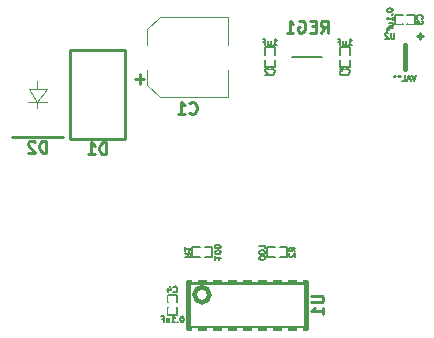
<source format=gbo>
%TF.GenerationSoftware,KiCad,Pcbnew,5.1.10*%
%TF.CreationDate,2021-11-03T15:01:02-04:00*%
%TF.ProjectId,stepper_driver,73746570-7065-4725-9f64-72697665722e,1.0*%
%TF.SameCoordinates,Original*%
%TF.FileFunction,Legend,Bot*%
%TF.FilePolarity,Positive*%
%FSLAX46Y46*%
G04 Gerber Fmt 4.6, Leading zero omitted, Abs format (unit mm)*
G04 Created by KiCad (PCBNEW 5.1.10) date 2021-11-03 15:01:02*
%MOMM*%
%LPD*%
G01*
G04 APERTURE LIST*
%ADD10C,0.381000*%
%ADD11C,0.177800*%
%ADD12C,0.100000*%
%ADD13C,0.279400*%
%ADD14C,0.120000*%
%ADD15C,0.228600*%
%ADD16C,0.150000*%
%ADD17C,0.254000*%
%ADD18C,0.127000*%
%ADD19O,2.000000X2.540000*%
%ADD20R,2.000000X2.540000*%
%ADD21O,2.540000X1.905000*%
%ADD22R,2.540000X1.905000*%
%ADD23R,0.600000X1.550000*%
%ADD24R,0.700000X0.600000*%
%ADD25R,0.600000X0.700000*%
%ADD26C,3.810000*%
%ADD27O,1.524000X2.032000*%
%ADD28R,1.524000X2.032000*%
%ADD29R,2.743000X2.159000*%
%ADD30R,2.742999X2.159000*%
%ADD31C,1.000000*%
%ADD32C,3.556000*%
%ADD33O,2.032000X3.048000*%
%ADD34R,2.032000X3.048000*%
%ADD35O,2.500000X3.500000*%
%ADD36R,2.500000X3.500000*%
%ADD37R,1.600000X1.440000*%
%ADD38R,3.800000X4.960000*%
%ADD39R,0.701040X1.000760*%
%ADD40R,1.330960X0.558800*%
G04 APERTURE END LIST*
D10*
%TO.C,U1*%
X136490000Y-104570000D02*
G75*
G03*
X136490000Y-104570000I-635000J0D01*
G01*
X134700000Y-103460000D02*
X144700000Y-103460000D01*
X144700000Y-103460000D02*
X144700000Y-107360000D01*
X144700000Y-107360000D02*
X134700000Y-107360000D01*
X134700000Y-107360000D02*
X134700000Y-103460000D01*
D11*
%TO.C,C2*%
X142005000Y-85305000D02*
X142005000Y-84655000D01*
X141205000Y-85305000D02*
X142005000Y-85305000D01*
X141205000Y-84655000D02*
X141205000Y-85305000D01*
X142005000Y-83605000D02*
X142005000Y-84255000D01*
X141205000Y-83605000D02*
X142005000Y-83605000D01*
X141205000Y-84255000D02*
X141205000Y-83605000D01*
%TO.C,C3*%
X148355000Y-85305000D02*
X148355000Y-84655000D01*
X147555000Y-85305000D02*
X148355000Y-85305000D01*
X147555000Y-84655000D02*
X147555000Y-85305000D01*
X148355000Y-83605000D02*
X148355000Y-84255000D01*
X147555000Y-83605000D02*
X148355000Y-83605000D01*
X147555000Y-84255000D02*
X147555000Y-83605000D01*
%TO.C,C4*%
X132950000Y-104560000D02*
X132950000Y-105210000D01*
X133750000Y-104560000D02*
X132950000Y-104560000D01*
X133750000Y-105210000D02*
X133750000Y-104560000D01*
X132950000Y-106260000D02*
X132950000Y-105610000D01*
X133750000Y-106260000D02*
X132950000Y-106260000D01*
X133750000Y-105610000D02*
X133750000Y-106260000D01*
%TO.C,C5*%
X153885000Y-80880000D02*
X153235000Y-80880000D01*
X153885000Y-81680000D02*
X153885000Y-80880000D01*
X153235000Y-81680000D02*
X153885000Y-81680000D01*
X152185000Y-80880000D02*
X152835000Y-80880000D01*
X152185000Y-81680000D02*
X152185000Y-80880000D01*
X152835000Y-81680000D02*
X152185000Y-81680000D01*
%TO.C,R1*%
X135040000Y-101365000D02*
X135690000Y-101365000D01*
X135040000Y-100565000D02*
X135040000Y-101365000D01*
X135690000Y-100565000D02*
X135040000Y-100565000D01*
X136740000Y-101365000D02*
X136090000Y-101365000D01*
X136740000Y-100565000D02*
X136740000Y-101365000D01*
X136090000Y-100565000D02*
X136740000Y-100565000D01*
%TO.C,R2*%
X143090000Y-100565000D02*
X142440000Y-100565000D01*
X143090000Y-101365000D02*
X143090000Y-100565000D01*
X142440000Y-101365000D02*
X143090000Y-101365000D01*
X141390000Y-100565000D02*
X142040000Y-100565000D01*
X141390000Y-101365000D02*
X141390000Y-100565000D01*
X142040000Y-101365000D02*
X141390000Y-101365000D01*
D12*
%TO.C,D2*%
X121918980Y-88279440D02*
X122719080Y-87128820D01*
X121918980Y-88279440D02*
X121169680Y-87128820D01*
X121169680Y-87128820D02*
X122719080Y-87128820D01*
X122719080Y-88279440D02*
X121118880Y-88279440D01*
X121918980Y-87128820D02*
X121918980Y-86130600D01*
X121918980Y-88279440D02*
X121918980Y-89181140D01*
D13*
X124070000Y-91180000D02*
X119770000Y-91180000D01*
%TO.C,C1*%
X130576250Y-86696250D02*
X130576250Y-85908750D01*
X130182500Y-86302500D02*
X130970000Y-86302500D01*
D14*
X131210000Y-82109437D02*
X132274437Y-81045000D01*
X131210000Y-86800563D02*
X132274437Y-87865000D01*
X131210000Y-86800563D02*
X131210000Y-85515000D01*
X131210000Y-82109437D02*
X131210000Y-83395000D01*
X132274437Y-81045000D02*
X138030000Y-81045000D01*
X132274437Y-87865000D02*
X138030000Y-87865000D01*
X138030000Y-87865000D02*
X138030000Y-85515000D01*
X138030000Y-81045000D02*
X138030000Y-83395000D01*
D15*
%TO.C,D1*%
X129300000Y-83880000D02*
X124700000Y-83880000D01*
X124700000Y-83880000D02*
X124700000Y-91380000D01*
X124700000Y-91380000D02*
X129300000Y-91380000D01*
X129300000Y-91380000D02*
X129300000Y-83880000D01*
D16*
%TO.C,REG1*%
X143510000Y-84455000D02*
X146050000Y-84455000D01*
D15*
%TO.C,U2*%
X154305000Y-82423000D02*
X154305000Y-82931000D01*
X154559000Y-82677000D02*
X154051000Y-82677000D01*
D10*
X153035000Y-83439000D02*
X153035000Y-85471000D01*
%TO.C,U1*%
D17*
X145112619Y-104635904D02*
X145935095Y-104635904D01*
X146031857Y-104684285D01*
X146080238Y-104732666D01*
X146128619Y-104829428D01*
X146128619Y-105022952D01*
X146080238Y-105119714D01*
X146031857Y-105168095D01*
X145935095Y-105216476D01*
X145112619Y-105216476D01*
X146128619Y-106232476D02*
X146128619Y-105651904D01*
X146128619Y-105942190D02*
X145112619Y-105942190D01*
X145257761Y-105845428D01*
X145354523Y-105748666D01*
X145402904Y-105651904D01*
%TO.C,C2*%
D18*
X141689666Y-85906428D02*
X141713857Y-85930619D01*
X141786428Y-85954809D01*
X141834809Y-85954809D01*
X141907380Y-85930619D01*
X141955761Y-85882238D01*
X141979952Y-85833857D01*
X142004142Y-85737095D01*
X142004142Y-85664523D01*
X141979952Y-85567761D01*
X141955761Y-85519380D01*
X141907380Y-85471000D01*
X141834809Y-85446809D01*
X141786428Y-85446809D01*
X141713857Y-85471000D01*
X141689666Y-85495190D01*
X141496142Y-85495190D02*
X141471952Y-85471000D01*
X141423571Y-85446809D01*
X141302619Y-85446809D01*
X141254238Y-85471000D01*
X141230047Y-85495190D01*
X141205857Y-85543571D01*
X141205857Y-85591952D01*
X141230047Y-85664523D01*
X141520333Y-85954809D01*
X141205857Y-85954809D01*
X141907380Y-83414809D02*
X142197666Y-83414809D01*
X142052523Y-83414809D02*
X142052523Y-82906809D01*
X142100904Y-82979380D01*
X142149285Y-83027761D01*
X142197666Y-83051952D01*
X141471952Y-83076142D02*
X141471952Y-83414809D01*
X141689666Y-83076142D02*
X141689666Y-83342238D01*
X141665476Y-83390619D01*
X141617095Y-83414809D01*
X141544523Y-83414809D01*
X141496142Y-83390619D01*
X141471952Y-83366428D01*
X141060714Y-83148714D02*
X141230047Y-83148714D01*
X141230047Y-83414809D02*
X141230047Y-82906809D01*
X140988142Y-82906809D01*
%TO.C,C3*%
X148039666Y-85906428D02*
X148063857Y-85930619D01*
X148136428Y-85954809D01*
X148184809Y-85954809D01*
X148257380Y-85930619D01*
X148305761Y-85882238D01*
X148329952Y-85833857D01*
X148354142Y-85737095D01*
X148354142Y-85664523D01*
X148329952Y-85567761D01*
X148305761Y-85519380D01*
X148257380Y-85471000D01*
X148184809Y-85446809D01*
X148136428Y-85446809D01*
X148063857Y-85471000D01*
X148039666Y-85495190D01*
X147870333Y-85446809D02*
X147555857Y-85446809D01*
X147725190Y-85640333D01*
X147652619Y-85640333D01*
X147604238Y-85664523D01*
X147580047Y-85688714D01*
X147555857Y-85737095D01*
X147555857Y-85858047D01*
X147580047Y-85906428D01*
X147604238Y-85930619D01*
X147652619Y-85954809D01*
X147797761Y-85954809D01*
X147846142Y-85930619D01*
X147870333Y-85906428D01*
X148257380Y-83414809D02*
X148547666Y-83414809D01*
X148402523Y-83414809D02*
X148402523Y-82906809D01*
X148450904Y-82979380D01*
X148499285Y-83027761D01*
X148547666Y-83051952D01*
X147821952Y-83076142D02*
X147821952Y-83414809D01*
X148039666Y-83076142D02*
X148039666Y-83342238D01*
X148015476Y-83390619D01*
X147967095Y-83414809D01*
X147894523Y-83414809D01*
X147846142Y-83390619D01*
X147821952Y-83366428D01*
X147410714Y-83148714D02*
X147580047Y-83148714D01*
X147580047Y-83414809D02*
X147580047Y-82906809D01*
X147338142Y-82906809D01*
%TO.C,C4*%
X133434666Y-104321428D02*
X133458857Y-104345619D01*
X133531428Y-104369809D01*
X133579809Y-104369809D01*
X133652380Y-104345619D01*
X133700761Y-104297238D01*
X133724952Y-104248857D01*
X133749142Y-104152095D01*
X133749142Y-104079523D01*
X133724952Y-103982761D01*
X133700761Y-103934380D01*
X133652380Y-103886000D01*
X133579809Y-103861809D01*
X133531428Y-103861809D01*
X133458857Y-103886000D01*
X133434666Y-103910190D01*
X132999238Y-104031142D02*
X132999238Y-104369809D01*
X133120190Y-103837619D02*
X133241142Y-104200476D01*
X132926666Y-104200476D01*
X134184571Y-106401809D02*
X134136190Y-106401809D01*
X134087809Y-106426000D01*
X134063619Y-106450190D01*
X134039428Y-106498571D01*
X134015238Y-106595333D01*
X134015238Y-106716285D01*
X134039428Y-106813047D01*
X134063619Y-106861428D01*
X134087809Y-106885619D01*
X134136190Y-106909809D01*
X134184571Y-106909809D01*
X134232952Y-106885619D01*
X134257142Y-106861428D01*
X134281333Y-106813047D01*
X134305523Y-106716285D01*
X134305523Y-106595333D01*
X134281333Y-106498571D01*
X134257142Y-106450190D01*
X134232952Y-106426000D01*
X134184571Y-106401809D01*
X133797523Y-106861428D02*
X133773333Y-106885619D01*
X133797523Y-106909809D01*
X133821714Y-106885619D01*
X133797523Y-106861428D01*
X133797523Y-106909809D01*
X133289523Y-106909809D02*
X133579809Y-106909809D01*
X133434666Y-106909809D02*
X133434666Y-106401809D01*
X133483047Y-106474380D01*
X133531428Y-106522761D01*
X133579809Y-106546952D01*
X132854095Y-106571142D02*
X132854095Y-106909809D01*
X133071809Y-106571142D02*
X133071809Y-106837238D01*
X133047619Y-106885619D01*
X132999238Y-106909809D01*
X132926666Y-106909809D01*
X132878285Y-106885619D01*
X132854095Y-106861428D01*
X132442857Y-106643714D02*
X132612190Y-106643714D01*
X132612190Y-106909809D02*
X132612190Y-106401809D01*
X132370285Y-106401809D01*
%TO.C,C5*%
X154486428Y-81195333D02*
X154510619Y-81171142D01*
X154534809Y-81098571D01*
X154534809Y-81050190D01*
X154510619Y-80977619D01*
X154462238Y-80929238D01*
X154413857Y-80905047D01*
X154317095Y-80880857D01*
X154244523Y-80880857D01*
X154147761Y-80905047D01*
X154099380Y-80929238D01*
X154051000Y-80977619D01*
X154026809Y-81050190D01*
X154026809Y-81098571D01*
X154051000Y-81171142D01*
X154075190Y-81195333D01*
X154026809Y-81654952D02*
X154026809Y-81413047D01*
X154268714Y-81388857D01*
X154244523Y-81413047D01*
X154220333Y-81461428D01*
X154220333Y-81582380D01*
X154244523Y-81630761D01*
X154268714Y-81654952D01*
X154317095Y-81679142D01*
X154438047Y-81679142D01*
X154486428Y-81654952D01*
X154510619Y-81630761D01*
X154534809Y-81582380D01*
X154534809Y-81461428D01*
X154510619Y-81413047D01*
X154486428Y-81388857D01*
X151486809Y-80445428D02*
X151486809Y-80493809D01*
X151511000Y-80542190D01*
X151535190Y-80566380D01*
X151583571Y-80590571D01*
X151680333Y-80614761D01*
X151801285Y-80614761D01*
X151898047Y-80590571D01*
X151946428Y-80566380D01*
X151970619Y-80542190D01*
X151994809Y-80493809D01*
X151994809Y-80445428D01*
X151970619Y-80397047D01*
X151946428Y-80372857D01*
X151898047Y-80348666D01*
X151801285Y-80324476D01*
X151680333Y-80324476D01*
X151583571Y-80348666D01*
X151535190Y-80372857D01*
X151511000Y-80397047D01*
X151486809Y-80445428D01*
X151946428Y-80832476D02*
X151970619Y-80856666D01*
X151994809Y-80832476D01*
X151970619Y-80808285D01*
X151946428Y-80832476D01*
X151994809Y-80832476D01*
X151994809Y-81340476D02*
X151994809Y-81050190D01*
X151994809Y-81195333D02*
X151486809Y-81195333D01*
X151559380Y-81146952D01*
X151607761Y-81098571D01*
X151631952Y-81050190D01*
X151656142Y-81775904D02*
X151994809Y-81775904D01*
X151656142Y-81558190D02*
X151922238Y-81558190D01*
X151970619Y-81582380D01*
X151994809Y-81630761D01*
X151994809Y-81703333D01*
X151970619Y-81751714D01*
X151946428Y-81775904D01*
X151728714Y-82187142D02*
X151728714Y-82017809D01*
X151994809Y-82017809D02*
X151486809Y-82017809D01*
X151486809Y-82259714D01*
%TO.C,R1*%
X134390190Y-101049666D02*
X134632095Y-101219000D01*
X134390190Y-101339952D02*
X134898190Y-101339952D01*
X134898190Y-101146428D01*
X134874000Y-101098047D01*
X134849809Y-101073857D01*
X134801428Y-101049666D01*
X134728857Y-101049666D01*
X134680476Y-101073857D01*
X134656285Y-101098047D01*
X134632095Y-101146428D01*
X134632095Y-101339952D01*
X134390190Y-100565857D02*
X134390190Y-100856142D01*
X134390190Y-100711000D02*
X134898190Y-100711000D01*
X134825619Y-100759380D01*
X134777238Y-100807761D01*
X134753047Y-100856142D01*
X136930190Y-101303666D02*
X136930190Y-101593952D01*
X136930190Y-101448809D02*
X137438190Y-101448809D01*
X137365619Y-101497190D01*
X137317238Y-101545571D01*
X137293047Y-101593952D01*
X137438190Y-100989190D02*
X137438190Y-100940809D01*
X137414000Y-100892428D01*
X137389809Y-100868238D01*
X137341428Y-100844047D01*
X137244666Y-100819857D01*
X137123714Y-100819857D01*
X137026952Y-100844047D01*
X136978571Y-100868238D01*
X136954380Y-100892428D01*
X136930190Y-100940809D01*
X136930190Y-100989190D01*
X136954380Y-101037571D01*
X136978571Y-101061761D01*
X137026952Y-101085952D01*
X137123714Y-101110142D01*
X137244666Y-101110142D01*
X137341428Y-101085952D01*
X137389809Y-101061761D01*
X137414000Y-101037571D01*
X137438190Y-100989190D01*
X137438190Y-100505380D02*
X137438190Y-100457000D01*
X137414000Y-100408619D01*
X137389809Y-100384428D01*
X137341428Y-100360238D01*
X137244666Y-100336047D01*
X137123714Y-100336047D01*
X137026952Y-100360238D01*
X136978571Y-100384428D01*
X136954380Y-100408619D01*
X136930190Y-100457000D01*
X136930190Y-100505380D01*
X136954380Y-100553761D01*
X136978571Y-100577952D01*
X137026952Y-100602142D01*
X137123714Y-100626333D01*
X137244666Y-100626333D01*
X137341428Y-100602142D01*
X137389809Y-100577952D01*
X137414000Y-100553761D01*
X137438190Y-100505380D01*
%TO.C,R2*%
X143739809Y-100880333D02*
X143497904Y-100711000D01*
X143739809Y-100590047D02*
X143231809Y-100590047D01*
X143231809Y-100783571D01*
X143256000Y-100831952D01*
X143280190Y-100856142D01*
X143328571Y-100880333D01*
X143401142Y-100880333D01*
X143449523Y-100856142D01*
X143473714Y-100831952D01*
X143497904Y-100783571D01*
X143497904Y-100590047D01*
X143280190Y-101073857D02*
X143256000Y-101098047D01*
X143231809Y-101146428D01*
X143231809Y-101267380D01*
X143256000Y-101315761D01*
X143280190Y-101339952D01*
X143328571Y-101364142D01*
X143376952Y-101364142D01*
X143449523Y-101339952D01*
X143739809Y-101049666D01*
X143739809Y-101364142D01*
X141199809Y-100626333D02*
X141199809Y-100336047D01*
X141199809Y-100481190D02*
X140691809Y-100481190D01*
X140764380Y-100432809D01*
X140812761Y-100384428D01*
X140836952Y-100336047D01*
X140691809Y-100940809D02*
X140691809Y-100989190D01*
X140716000Y-101037571D01*
X140740190Y-101061761D01*
X140788571Y-101085952D01*
X140885333Y-101110142D01*
X141006285Y-101110142D01*
X141103047Y-101085952D01*
X141151428Y-101061761D01*
X141175619Y-101037571D01*
X141199809Y-100989190D01*
X141199809Y-100940809D01*
X141175619Y-100892428D01*
X141151428Y-100868238D01*
X141103047Y-100844047D01*
X141006285Y-100819857D01*
X140885333Y-100819857D01*
X140788571Y-100844047D01*
X140740190Y-100868238D01*
X140716000Y-100892428D01*
X140691809Y-100940809D01*
X140691809Y-101424619D02*
X140691809Y-101473000D01*
X140716000Y-101521380D01*
X140740190Y-101545571D01*
X140788571Y-101569761D01*
X140885333Y-101593952D01*
X141006285Y-101593952D01*
X141103047Y-101569761D01*
X141151428Y-101545571D01*
X141175619Y-101521380D01*
X141199809Y-101473000D01*
X141199809Y-101424619D01*
X141175619Y-101376238D01*
X141151428Y-101352047D01*
X141103047Y-101327857D01*
X141006285Y-101303666D01*
X140885333Y-101303666D01*
X140788571Y-101327857D01*
X140740190Y-101352047D01*
X140716000Y-101376238D01*
X140691809Y-101424619D01*
%TO.C,D2*%
D17*
X122669904Y-92534619D02*
X122669904Y-91518619D01*
X122428000Y-91518619D01*
X122282857Y-91567000D01*
X122186095Y-91663761D01*
X122137714Y-91760523D01*
X122089333Y-91954047D01*
X122089333Y-92099190D01*
X122137714Y-92292714D01*
X122186095Y-92389476D01*
X122282857Y-92486238D01*
X122428000Y-92534619D01*
X122669904Y-92534619D01*
X121702285Y-91615380D02*
X121653904Y-91567000D01*
X121557142Y-91518619D01*
X121315238Y-91518619D01*
X121218476Y-91567000D01*
X121170095Y-91615380D01*
X121121714Y-91712142D01*
X121121714Y-91808904D01*
X121170095Y-91954047D01*
X121750666Y-92534619D01*
X121121714Y-92534619D01*
%TO.C,C1*%
X134789333Y-89167857D02*
X134837714Y-89216238D01*
X134982857Y-89264619D01*
X135079619Y-89264619D01*
X135224761Y-89216238D01*
X135321523Y-89119476D01*
X135369904Y-89022714D01*
X135418285Y-88829190D01*
X135418285Y-88684047D01*
X135369904Y-88490523D01*
X135321523Y-88393761D01*
X135224761Y-88297000D01*
X135079619Y-88248619D01*
X134982857Y-88248619D01*
X134837714Y-88297000D01*
X134789333Y-88345380D01*
X133821714Y-89264619D02*
X134402285Y-89264619D01*
X134112000Y-89264619D02*
X134112000Y-88248619D01*
X134208761Y-88393761D01*
X134305523Y-88490523D01*
X134402285Y-88538904D01*
%TO.C,D1*%
X127749904Y-92689619D02*
X127749904Y-91673619D01*
X127508000Y-91673619D01*
X127362857Y-91722000D01*
X127266095Y-91818761D01*
X127217714Y-91915523D01*
X127169333Y-92109047D01*
X127169333Y-92254190D01*
X127217714Y-92447714D01*
X127266095Y-92544476D01*
X127362857Y-92641238D01*
X127508000Y-92689619D01*
X127749904Y-92689619D01*
X126201714Y-92689619D02*
X126782285Y-92689619D01*
X126492000Y-92689619D02*
X126492000Y-91673619D01*
X126588761Y-91818761D01*
X126685523Y-91915523D01*
X126782285Y-91963904D01*
%TO.C,REG1*%
X145916952Y-82374619D02*
X146255619Y-81890809D01*
X146497523Y-82374619D02*
X146497523Y-81358619D01*
X146110476Y-81358619D01*
X146013714Y-81407000D01*
X145965333Y-81455380D01*
X145916952Y-81552142D01*
X145916952Y-81697285D01*
X145965333Y-81794047D01*
X146013714Y-81842428D01*
X146110476Y-81890809D01*
X146497523Y-81890809D01*
X145481523Y-81842428D02*
X145142857Y-81842428D01*
X144997714Y-82374619D02*
X145481523Y-82374619D01*
X145481523Y-81358619D01*
X144997714Y-81358619D01*
X144030095Y-81407000D02*
X144126857Y-81358619D01*
X144272000Y-81358619D01*
X144417142Y-81407000D01*
X144513904Y-81503761D01*
X144562285Y-81600523D01*
X144610666Y-81794047D01*
X144610666Y-81939190D01*
X144562285Y-82132714D01*
X144513904Y-82229476D01*
X144417142Y-82326238D01*
X144272000Y-82374619D01*
X144175238Y-82374619D01*
X144030095Y-82326238D01*
X143981714Y-82277857D01*
X143981714Y-81939190D01*
X144175238Y-81939190D01*
X143014095Y-82374619D02*
X143594666Y-82374619D01*
X143304380Y-82374619D02*
X143304380Y-81358619D01*
X143401142Y-81503761D01*
X143497904Y-81600523D01*
X143594666Y-81648904D01*
%TO.C,U2*%
D18*
X152152047Y-82398809D02*
X152152047Y-82810047D01*
X152127857Y-82858428D01*
X152103666Y-82882619D01*
X152055285Y-82906809D01*
X151958523Y-82906809D01*
X151910142Y-82882619D01*
X151885952Y-82858428D01*
X151861761Y-82810047D01*
X151861761Y-82398809D01*
X151644047Y-82447190D02*
X151619857Y-82423000D01*
X151571476Y-82398809D01*
X151450523Y-82398809D01*
X151402142Y-82423000D01*
X151377952Y-82447190D01*
X151353761Y-82495571D01*
X151353761Y-82543952D01*
X151377952Y-82616523D01*
X151668238Y-82906809D01*
X151353761Y-82906809D01*
X154014714Y-85954809D02*
X153845380Y-86462809D01*
X153676047Y-85954809D01*
X153530904Y-86317666D02*
X153289000Y-86317666D01*
X153579285Y-86462809D02*
X153409952Y-85954809D01*
X153240619Y-86462809D01*
X152829380Y-86462809D02*
X153071285Y-86462809D01*
X153071285Y-85954809D01*
X152587476Y-85954809D02*
X152587476Y-86075761D01*
X152708428Y-86027380D02*
X152587476Y-86075761D01*
X152466523Y-86027380D01*
X152660047Y-86172523D02*
X152587476Y-86075761D01*
X152514904Y-86172523D01*
X152200428Y-85954809D02*
X152200428Y-86075761D01*
X152321380Y-86027380D02*
X152200428Y-86075761D01*
X152079476Y-86027380D01*
X152273000Y-86172523D02*
X152200428Y-86075761D01*
X152127857Y-86172523D01*
%TD*%
%LPC*%
D19*
%TO.C,T1*%
X143510000Y-71501000D03*
X140970000Y-71501000D03*
X138430000Y-71501000D03*
D20*
X135890000Y-71501000D03*
%TD*%
D21*
%TO.C,T3*%
X156845000Y-81915000D03*
D22*
X156845000Y-79375000D03*
%TD*%
D21*
%TO.C,T4*%
X156845000Y-89535000D03*
D22*
X156845000Y-86995000D03*
%TD*%
D23*
%TO.C,U1*%
X135255000Y-108110000D03*
X136525000Y-108110000D03*
X137795000Y-108110000D03*
X139065000Y-108110000D03*
X140335000Y-108110000D03*
X141605000Y-108110000D03*
X142875000Y-108110000D03*
X144145000Y-108110000D03*
X144145000Y-102710000D03*
X142875000Y-102710000D03*
X141605000Y-102710000D03*
X140335000Y-102710000D03*
X139065000Y-102710000D03*
X137795000Y-102710000D03*
X136525000Y-102710000D03*
X135255000Y-102710000D03*
%TD*%
D24*
%TO.C,C2*%
X141605000Y-84955000D03*
X141605000Y-83955000D03*
%TD*%
%TO.C,C3*%
X147955000Y-84955000D03*
X147955000Y-83955000D03*
%TD*%
%TO.C,C4*%
X133350000Y-104910000D03*
X133350000Y-105910000D03*
%TD*%
D25*
%TO.C,C5*%
X153535000Y-81280000D03*
X152535000Y-81280000D03*
%TD*%
%TO.C,R1*%
X135390000Y-100965000D03*
X136390000Y-100965000D03*
%TD*%
%TO.C,R2*%
X142740000Y-100965000D03*
X141740000Y-100965000D03*
%TD*%
D26*
%TO.C,P1*%
X153733500Y-97409000D03*
X125666500Y-97409000D03*
D27*
X144780000Y-95631000D03*
X144780000Y-98679000D03*
X142240000Y-95631000D03*
X142240000Y-98679000D03*
X139700000Y-95631000D03*
X139700000Y-98679000D03*
X137160000Y-95631000D03*
X137160000Y-98679000D03*
X134620000Y-95631000D03*
D28*
X134620000Y-98679000D03*
%TD*%
D29*
%TO.C,D2*%
X121920000Y-85420000D03*
D30*
X121920000Y-89840000D03*
%TD*%
%TO.C,C1*%
G36*
G01*
X135670000Y-85005400D02*
X135670000Y-83904600D01*
G75*
G02*
X135919600Y-83655000I249600J0D01*
G01*
X138920400Y-83655000D01*
G75*
G02*
X139170000Y-83904600I0J-249600D01*
G01*
X139170000Y-85005400D01*
G75*
G02*
X138920400Y-85255000I-249600J0D01*
G01*
X135919600Y-85255000D01*
G75*
G02*
X135670000Y-85005400I0J249600D01*
G01*
G37*
G36*
G01*
X130070000Y-85005400D02*
X130070000Y-83904600D01*
G75*
G02*
X130319600Y-83655000I249600J0D01*
G01*
X133320400Y-83655000D01*
G75*
G02*
X133570000Y-83904600I0J-249600D01*
G01*
X133570000Y-85005400D01*
G75*
G02*
X133320400Y-85255000I-249600J0D01*
G01*
X130319600Y-85255000D01*
G75*
G02*
X130070000Y-85005400I0J249600D01*
G01*
G37*
%TD*%
D31*
%TO.C,FID2*%
X157480000Y-71120000D03*
%TD*%
%TO.C,FID4*%
X121920000Y-106680000D03*
%TD*%
D32*
%TO.C,MH1*%
X124181000Y-73380600D03*
%TD*%
%TO.C,MH2*%
X155219000Y-73380600D03*
%TD*%
%TO.C,MH3*%
X155219000Y-104419000D03*
%TD*%
%TO.C,MH4*%
X124181000Y-104419000D03*
%TD*%
D33*
%TO.C,SS1*%
X148590000Y-90805000D03*
X146050000Y-90805000D03*
X143510000Y-90805000D03*
X140970000Y-90805000D03*
X138430000Y-90805000D03*
X135890000Y-90805000D03*
X133350000Y-90805000D03*
X130810000Y-90805000D03*
X130810000Y-78105000D03*
X133350000Y-78105000D03*
X135890000Y-78105000D03*
X138430000Y-78105000D03*
X140970000Y-78105000D03*
X143510000Y-78105000D03*
X146050000Y-78105000D03*
D34*
X148590000Y-78105000D03*
%TD*%
D35*
%TO.C,T2*%
X122583000Y-81280000D03*
D36*
X126083000Y-81280000D03*
%TD*%
D37*
%TO.C,D1*%
X125935000Y-84850000D03*
X128065000Y-84850000D03*
D38*
X127000000Y-88650000D03*
%TD*%
D39*
%TO.C,REG1*%
X144780000Y-85653880D03*
X145729960Y-83256120D03*
X143830040Y-83256120D03*
%TD*%
D40*
%TO.C,U2*%
X151836120Y-83505040D03*
X151836120Y-84455000D03*
X151836120Y-85404960D03*
X154233880Y-85404960D03*
X154233880Y-84455000D03*
X154233880Y-83505040D03*
%TD*%
M02*

</source>
